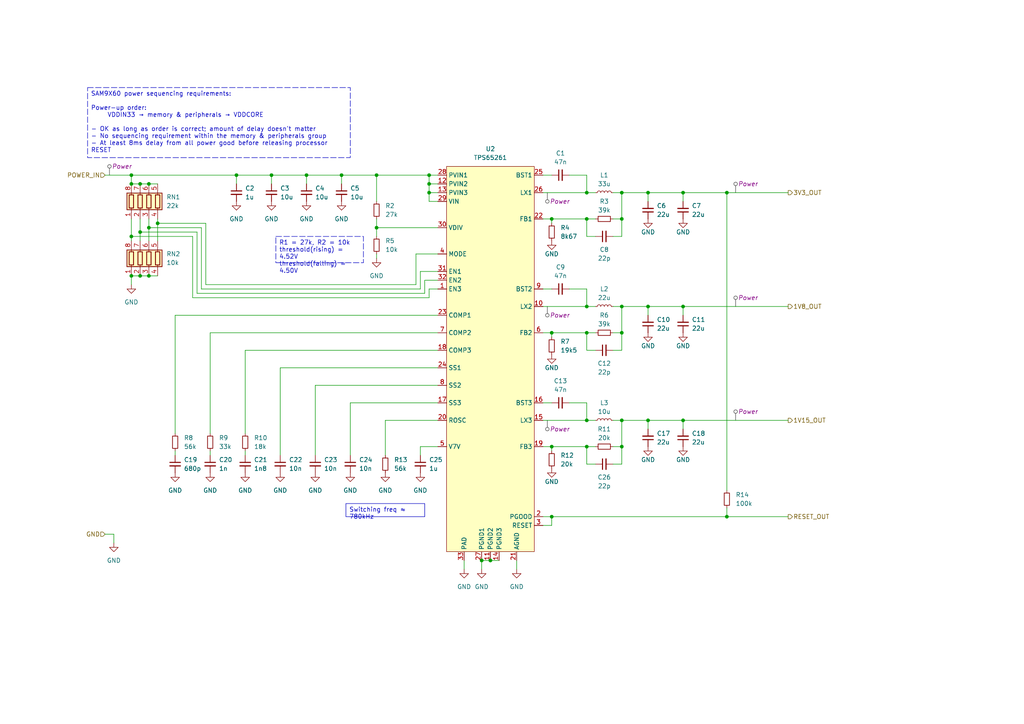
<source format=kicad_sch>
(kicad_sch (version 20230121) (generator eeschema)
  (paper "A4")
  (lib_symbols
    (symbol "Device:C_Small" (pin_numbers hide) (pin_names (offset 0.254) hide)
      (property "Reference" "C" (at 0.254 1.778 0))
      (property "Value" "C_Small" (at 0.254 -2.032 0))
      (symbol "C_Small_0_1"
        (polyline (pts (xy -1.524 -0.508) (xy 1.524 -0.508)) (stroke (width 0.3302)))
        (polyline (pts (xy -1.524 0.508) (xy 1.524 0.508)) (stroke (width 0.3048)))
      )
      (symbol "C_Small_1_1"
        (pin passive line (at 0 2.54 270) (length 2.032) (name "~") (number "1"))
        (pin passive line (at 0 -2.54 90) (length 2.032) (name "~") (number "2"))
      )
    )
    (symbol "Device:L_Small" (pin_numbers hide) (pin_names (offset 0.254) hide)
      (property "Reference" "L" (at 0.762 1.016 0))
      (property "Value" "L_Small" (at 0.762 -1.016 0))
      (symbol "L_Small_0_1"
        (arc (start 0 -2.032) (mid 0.5058 -1.524) (end 0 -1.016))
        (arc (start 0 -1.016) (mid 0.5058 -0.508) (end 0 0))
        (arc (start 0 0) (mid 0.5058 0.508) (end 0 1.016))
        (arc (start 0 1.016) (mid 0.5058 1.524) (end 0 2.032))
      )
      (symbol "L_Small_1_1"
        (pin passive line (at 0 2.54 270) (length 0.508) (name "~") (number "1"))
        (pin passive line (at 0 -2.54 90) (length 0.508) (name "~") (number "2"))
      )
    )
    (symbol "Device:R_Pack04" (pin_names (offset 0) hide)
      (property "Reference" "RN" (at -7.62 0 90))
      (property "Value" "R_Pack04" (at 5.08 0 90))
      (symbol "R_Pack04_0_1"
        (rectangle (start -6.35 -2.413) (end 3.81 2.413) (stroke (width 0.254)) (fill (type background)))
        (rectangle (start -5.715 1.905) (end -4.445 -1.905) (stroke (width 0.254)))
        (rectangle (start -3.175 1.905) (end -1.905 -1.905) (stroke (width 0.254)))
        (rectangle (start -0.635 1.905) (end 0.635 -1.905) (stroke (width 0.254)))
        (polyline (pts (xy -5.08 -2.54) (xy -5.08 -1.905)))
        (polyline (pts (xy -5.08 1.905) (xy -5.08 2.54)))
        (polyline (pts (xy -2.54 -2.54) (xy -2.54 -1.905)))
        (polyline (pts (xy -2.54 1.905) (xy -2.54 2.54)))
        (polyline (pts (xy 0 -2.54) (xy 0 -1.905)))
        (polyline (pts (xy 0 1.905) (xy 0 2.54)))
        (polyline (pts (xy 2.54 -2.54) (xy 2.54 -1.905)))
        (polyline (pts (xy 2.54 1.905) (xy 2.54 2.54)))
        (rectangle (start 1.905 1.905) (end 3.175 -1.905) (stroke (width 0.254)))
      )
      (symbol "R_Pack04_1_1"
        (pin passive line (at -5.08 -5.08 90) (length 2.54) (name "R1.1") (number "1"))
        (pin passive line (at -2.54 -5.08 90) (length 2.54) (name "R2.1") (number "2"))
        (pin passive line (at 0 -5.08 90) (length 2.54) (name "R3.1") (number "3"))
        (pin passive line (at 2.54 -5.08 90) (length 2.54) (name "R4.1") (number "4"))
        (pin passive line (at 2.54 5.08 270) (length 2.54) (name "R4.2") (number "5"))
        (pin passive line (at 0 5.08 270) (length 2.54) (name "R3.2") (number "6"))
        (pin passive line (at -2.54 5.08 270) (length 2.54) (name "R2.2") (number "7"))
        (pin passive line (at -5.08 5.08 270) (length 2.54) (name "R1.2") (number "8"))
      )
    )
    (symbol "Device:R_Small" (pin_numbers hide) (pin_names (offset 0.254) hide)
      (property "Reference" "R" (at 0.762 0.508 0))
      (property "Value" "R_Small" (at 0.762 -1.016 0))
      (symbol "R_Small_0_1"
        (rectangle (start -0.762 1.778) (end 0.762 -1.778) (stroke (width 0.2032)))
      )
      (symbol "R_Small_1_1"
        (pin passive line (at 0 2.54 270) (length 0.762) (name "~") (number "1"))
        (pin passive line (at 0 -2.54 90) (length 0.762) (name "~") (number "2"))
      )
    )
    (symbol "SAM9X60D:TPS65261"
      (property "Reference" "U" (at 0 54.61 0))
      (property "Value" "TPS65261" (at 0 52.07 0))
      (symbol "TPS65261_1_1"
        (rectangle (start -12.7 49.53) (end 12.7 -62.23) (fill (type background)))
        (pin input line (at -15.24 13.97 0) (length 2.54) (name "EN3") (number "1"))
        (pin power_out line (at 15.24 8.89 180) (length 2.54) (name "LX2") (number "10"))
        (pin power_in line (at 0 -64.77 90) (length 2.54) (name "PGND2") (number "11"))
        (pin power_in line (at -15.24 44.45 0) (length 2.54) (name "PVIN2") (number "12"))
        (pin power_in line (at -15.24 41.91 0) (length 2.54) (name "PVIN3") (number "13"))
        (pin power_in line (at 2.54 -64.77 90) (length 2.54) (name "PGND3") (number "14"))
        (pin power_out line (at 15.24 -24.13 180) (length 2.54) (name "LX3") (number "15"))
        (pin passive line (at 15.24 -19.05 180) (length 2.54) (name "BST3") (number "16"))
        (pin passive line (at -15.24 -19.05 0) (length 2.54) (name "SS3") (number "17"))
        (pin passive line (at -15.24 -3.81 0) (length 2.54) (name "COMP3") (number "18"))
        (pin input line (at 15.24 -31.75 180) (length 2.54) (name "FB3") (number "19"))
        (pin open_collector line (at 15.24 -52.07 180) (length 2.54) (name "PGOOD") (number "2"))
        (pin passive line (at -15.24 -24.13 0) (length 2.54) (name "ROSC") (number "20"))
        (pin power_in line (at 7.62 -64.77 90) (length 2.54) (name "AGND") (number "21"))
        (pin input line (at 15.24 34.29 180) (length 2.54) (name "FB1") (number "22"))
        (pin passive line (at -15.24 6.35 0) (length 2.54) (name "COMP1") (number "23"))
        (pin passive line (at -15.24 -8.89 0) (length 2.54) (name "SS1") (number "24"))
        (pin passive line (at 15.24 46.99 180) (length 2.54) (name "BST1") (number "25"))
        (pin power_out line (at 15.24 41.91 180) (length 2.54) (name "LX1") (number "26"))
        (pin power_in line (at -2.54 -64.77 90) (length 2.54) (name "PGND1") (number "27"))
        (pin power_in line (at -15.24 46.99 0) (length 2.54) (name "PVIN1") (number "28"))
        (pin power_in line (at -15.24 39.37 0) (length 2.54) (name "VIN") (number "29"))
        (pin open_collector line (at 15.24 -54.61 180) (length 2.54) (name "RESET") (number "3"))
        (pin input line (at -15.24 31.75 0) (length 2.54) (name "VDIV") (number "30"))
        (pin input line (at -15.24 19.05 0) (length 2.54) (name "EN1") (number "31"))
        (pin input line (at -15.24 16.51 0) (length 2.54) (name "EN2") (number "32"))
        (pin free line (at -7.62 -64.77 90) (length 2.54) (name "PAD") (number "33"))
        (pin input line (at -15.24 24.13 0) (length 2.54) (name "MODE") (number "4"))
        (pin passive line (at -15.24 -31.75 0) (length 2.54) (name "V7V") (number "5"))
        (pin input line (at 15.24 1.27 180) (length 2.54) (name "FB2") (number "6"))
        (pin passive line (at -15.24 1.27 0) (length 2.54) (name "COMP2") (number "7"))
        (pin passive line (at -15.24 -13.97 0) (length 2.54) (name "SS2") (number "8"))
        (pin passive line (at 15.24 13.97 180) (length 2.54) (name "BST2") (number "9"))
      )
    )
    (symbol "power:GND" (power) (pin_names (offset 0))
      (property "Value" "GND" (at 0 -3.81 0))
      (symbol "GND_0_1"
        (polyline (pts (xy 0 0) (xy 0 -1.27) (xy 1.27 -1.27) (xy 0 -2.54) (xy -1.27 -1.27) (xy 0 -1.27)))
      )
      (symbol "GND_1_1"
        (pin power_in line (at 0 0 270) (length 0) hide (name "GND") (number "1"))
      )
    )
  )
  (junction (at 170.18 88.9))
  (junction (at 210.82 55.88))
  (junction (at 45.72 64.77))
  (junction (at 180.34 88.9))
  (junction (at 180.34 96.52))
  (junction (at 180.34 63.5))
  (junction (at 43.18 53.34))
  (junction (at 124.46 53.34))
  (junction (at 142.24 162.56))
  (junction (at 170.18 63.5))
  (junction (at 210.82 149.86))
  (junction (at 40.64 67.31))
  (junction (at 180.34 121.92))
  (junction (at 198.12 55.88))
  (junction (at 187.96 121.92))
  (junction (at 160.02 63.5))
  (junction (at 38.1 68.58))
  (junction (at 43.18 80.01))
  (junction (at 187.96 88.9))
  (junction (at 160.02 129.54))
  (junction (at 99.06 50.8))
  (junction (at 170.18 129.54))
  (junction (at 40.64 53.34))
  (junction (at 109.22 50.8))
  (junction (at 170.18 96.52))
  (junction (at 124.46 55.88))
  (junction (at 40.64 80.01))
  (junction (at 109.22 66.04))
  (junction (at 170.18 121.92))
  (junction (at 78.74 50.8))
  (junction (at 198.12 88.9))
  (junction (at 88.9 50.8))
  (junction (at 38.1 80.01))
  (junction (at 38.1 50.8))
  (junction (at 180.34 55.88))
  (junction (at 38.1 53.34))
  (junction (at 198.12 121.92))
  (junction (at 160.02 149.86))
  (junction (at 170.18 55.88))
  (junction (at 124.46 50.8))
  (junction (at 160.02 96.52))
  (junction (at 187.96 55.88))
  (junction (at 139.7 162.56))
  (junction (at 68.58 50.8))
  (junction (at 43.18 66.04))
  (junction (at 180.34 129.54))
  (wire (pts (xy 71.12 130.81) (xy 71.12 132.08)))
  (wire (pts (xy 58.42 83.82) (xy 121.92 83.82)))
  (wire (pts (xy 127 111.76) (xy 91.44 111.76)))
  (wire (pts (xy 101.6 116.84) (xy 127 116.84)))
  (wire (pts (xy 177.8 121.92) (xy 180.34 121.92)))
  (wire (pts (xy 157.48 121.92) (xy 170.18 121.92)))
  (wire (pts (xy 120.65 73.66) (xy 120.65 82.55)))
  (wire (pts (xy 187.96 55.88) (xy 187.96 58.42)))
  (wire (pts (xy 160.02 130.81) (xy 160.02 129.54)))
  (wire (pts (xy 57.15 85.09) (xy 57.15 67.31)))
  (wire (pts (xy 180.34 68.58) (xy 180.34 63.5)))
  (wire (pts (xy 170.18 129.54) (xy 172.72 129.54)))
  (wire (pts (xy 91.44 111.76) (xy 91.44 132.08)))
  (wire (pts (xy 127 58.42) (xy 124.46 58.42)))
  (wire (pts (xy 38.1 80.01) (xy 38.1 82.55)))
  (wire (pts (xy 160.02 63.5) (xy 170.18 63.5)))
  (wire (pts (xy 170.18 88.9) (xy 172.72 88.9)))
  (wire (pts (xy 170.18 101.6) (xy 170.18 96.52)))
  (wire (pts (xy 210.82 147.32) (xy 210.82 149.86)))
  (wire (pts (xy 198.12 88.9) (xy 198.12 91.44)))
  (wire (pts (xy 210.82 55.88) (xy 228.6 55.88)))
  (wire (pts (xy 50.8 130.81) (xy 50.8 132.08)))
  (wire (pts (xy 60.96 96.52) (xy 127 96.52)))
  (wire (pts (xy 180.34 129.54) (xy 180.34 121.92)))
  (wire (pts (xy 121.92 129.54) (xy 127 129.54)))
  (wire (pts (xy 170.18 134.62) (xy 170.18 129.54)))
  (wire (pts (xy 187.96 88.9) (xy 187.96 91.44)))
  (wire (pts (xy 157.48 96.52) (xy 160.02 96.52)))
  (wire (pts (xy 198.12 121.92) (xy 198.12 124.46)))
  (wire (pts (xy 165.1 83.82) (xy 170.18 83.82)))
  (wire (pts (xy 124.46 55.88) (xy 124.46 53.34)))
  (wire (pts (xy 187.96 121.92) (xy 187.96 124.46)))
  (wire (pts (xy 88.9 50.8) (xy 88.9 53.34)))
  (wire (pts (xy 172.72 68.58) (xy 170.18 68.58)))
  (wire (pts (xy 109.22 50.8) (xy 109.22 58.42)))
  (wire (pts (xy 68.58 50.8) (xy 78.74 50.8)))
  (wire (pts (xy 180.34 88.9) (xy 177.8 88.9)))
  (wire (pts (xy 180.34 121.92) (xy 187.96 121.92)))
  (wire (pts (xy 38.1 68.58) (xy 38.1 69.85)))
  (wire (pts (xy 180.34 55.88) (xy 187.96 55.88)))
  (wire (pts (xy 187.96 55.88) (xy 198.12 55.88)))
  (wire (pts (xy 157.48 116.84) (xy 160.02 116.84)))
  (wire (pts (xy 43.18 66.04) (xy 43.18 69.85)))
  (wire (pts (xy 101.6 116.84) (xy 101.6 132.08)))
  (wire (pts (xy 170.18 50.8) (xy 170.18 55.88)))
  (wire (pts (xy 58.42 66.04) (xy 43.18 66.04)))
  (wire (pts (xy 43.18 63.5) (xy 43.18 66.04)))
  (wire (pts (xy 127 81.28) (xy 123.19 81.28)))
  (wire (pts (xy 127 83.82) (xy 124.46 83.82)))
  (wire (pts (xy 142.24 162.56) (xy 144.78 162.56)))
  (wire (pts (xy 109.22 73.66) (xy 109.22 74.93)))
  (wire (pts (xy 121.92 78.74) (xy 121.92 83.82)))
  (wire (pts (xy 160.02 96.52) (xy 170.18 96.52)))
  (wire (pts (xy 59.69 82.55) (xy 59.69 64.77)))
  (wire (pts (xy 38.1 63.5) (xy 38.1 68.58)))
  (wire (pts (xy 170.18 55.88) (xy 172.72 55.88)))
  (wire (pts (xy 81.28 106.68) (xy 81.28 132.08)))
  (wire (pts (xy 55.88 86.36) (xy 55.88 68.58)))
  (wire (pts (xy 109.22 63.5) (xy 109.22 66.04)))
  (wire (pts (xy 124.46 86.36) (xy 55.88 86.36)))
  (wire (pts (xy 111.76 121.92) (xy 127 121.92)))
  (wire (pts (xy 160.02 129.54) (xy 170.18 129.54)))
  (wire (pts (xy 78.74 50.8) (xy 78.74 53.34)))
  (wire (pts (xy 157.48 129.54) (xy 160.02 129.54)))
  (wire (pts (xy 124.46 58.42) (xy 124.46 55.88)))
  (wire (pts (xy 124.46 83.82) (xy 124.46 86.36)))
  (wire (pts (xy 180.34 134.62) (xy 180.34 129.54)))
  (wire (pts (xy 43.18 53.34) (xy 45.72 53.34)))
  (wire (pts (xy 57.15 67.31) (xy 40.64 67.31)))
  (wire (pts (xy 187.96 88.9) (xy 198.12 88.9)))
  (wire (pts (xy 109.22 66.04) (xy 127 66.04)))
  (wire (pts (xy 180.34 63.5) (xy 180.34 55.88)))
  (wire (pts (xy 58.42 83.82) (xy 58.42 66.04)))
  (wire (pts (xy 55.88 68.58) (xy 38.1 68.58)))
  (wire (pts (xy 124.46 53.34) (xy 124.46 50.8)))
  (wire (pts (xy 40.64 80.01) (xy 43.18 80.01)))
  (wire (pts (xy 180.34 88.9) (xy 187.96 88.9)))
  (wire (pts (xy 30.48 50.8) (xy 38.1 50.8)))
  (wire (pts (xy 45.72 63.5) (xy 45.72 64.77)))
  (wire (pts (xy 165.1 50.8) (xy 170.18 50.8)))
  (wire (pts (xy 160.02 149.86) (xy 210.82 149.86)))
  (wire (pts (xy 139.7 162.56) (xy 139.7 165.1)))
  (wire (pts (xy 40.64 67.31) (xy 40.64 69.85)))
  (wire (pts (xy 60.96 130.81) (xy 60.96 132.08)))
  (wire (pts (xy 149.86 162.56) (xy 149.86 165.1)))
  (wire (pts (xy 60.96 96.52) (xy 60.96 125.73)))
  (wire (pts (xy 170.18 116.84) (xy 170.18 121.92)))
  (wire (pts (xy 157.48 63.5) (xy 160.02 63.5)))
  (wire (pts (xy 172.72 101.6) (xy 170.18 101.6)))
  (wire (pts (xy 170.18 63.5) (xy 172.72 63.5)))
  (wire (pts (xy 177.8 129.54) (xy 180.34 129.54)))
  (wire (pts (xy 157.48 50.8) (xy 160.02 50.8)))
  (wire (pts (xy 160.02 64.77) (xy 160.02 63.5)))
  (wire (pts (xy 210.82 149.86) (xy 228.6 149.86)))
  (wire (pts (xy 177.8 96.52) (xy 180.34 96.52)))
  (wire (pts (xy 127 53.34) (xy 124.46 53.34)))
  (wire (pts (xy 111.76 121.92) (xy 111.76 132.08)))
  (wire (pts (xy 123.19 81.28) (xy 123.19 85.09)))
  (wire (pts (xy 172.72 134.62) (xy 170.18 134.62)))
  (wire (pts (xy 121.92 132.08) (xy 121.92 129.54)))
  (wire (pts (xy 40.64 53.34) (xy 43.18 53.34)))
  (wire (pts (xy 38.1 80.01) (xy 40.64 80.01)))
  (wire (pts (xy 157.48 152.4) (xy 160.02 152.4)))
  (wire (pts (xy 33.02 154.94) (xy 33.02 157.48)))
  (wire (pts (xy 127 73.66) (xy 120.65 73.66)))
  (wire (pts (xy 127 106.68) (xy 81.28 106.68)))
  (wire (pts (xy 38.1 50.8) (xy 68.58 50.8)))
  (wire (pts (xy 198.12 55.88) (xy 198.12 58.42)))
  (wire (pts (xy 160.02 96.52) (xy 160.02 97.79)))
  (wire (pts (xy 127 101.6) (xy 71.12 101.6)))
  (wire (pts (xy 50.8 91.44) (xy 50.8 125.73)))
  (wire (pts (xy 45.72 64.77) (xy 45.72 69.85)))
  (wire (pts (xy 180.34 96.52) (xy 180.34 88.9)))
  (wire (pts (xy 134.62 162.56) (xy 134.62 165.1)))
  (wire (pts (xy 170.18 83.82) (xy 170.18 88.9)))
  (wire (pts (xy 198.12 121.92) (xy 228.6 121.92)))
  (wire (pts (xy 157.48 88.9) (xy 170.18 88.9)))
  (wire (pts (xy 38.1 50.8) (xy 38.1 53.34)))
  (wire (pts (xy 165.1 116.84) (xy 170.18 116.84)))
  (wire (pts (xy 68.58 50.8) (xy 68.58 53.34)))
  (wire (pts (xy 88.9 50.8) (xy 99.06 50.8)))
  (wire (pts (xy 59.69 82.55) (xy 120.65 82.55)))
  (wire (pts (xy 139.7 162.56) (xy 142.24 162.56)))
  (wire (pts (xy 109.22 66.04) (xy 109.22 68.58)))
  (wire (pts (xy 38.1 53.34) (xy 40.64 53.34)))
  (wire (pts (xy 198.12 55.88) (xy 210.82 55.88)))
  (wire (pts (xy 198.12 88.9) (xy 228.6 88.9)))
  (wire (pts (xy 157.48 83.82) (xy 160.02 83.82)))
  (wire (pts (xy 170.18 96.52) (xy 172.72 96.52)))
  (wire (pts (xy 177.8 101.6) (xy 180.34 101.6)))
  (wire (pts (xy 127 91.44) (xy 50.8 91.44)))
  (wire (pts (xy 78.74 50.8) (xy 88.9 50.8)))
  (wire (pts (xy 127 78.74) (xy 121.92 78.74)))
  (wire (pts (xy 99.06 50.8) (xy 109.22 50.8)))
  (wire (pts (xy 157.48 149.86) (xy 160.02 149.86)))
  (wire (pts (xy 177.8 68.58) (xy 180.34 68.58)))
  (wire (pts (xy 71.12 101.6) (xy 71.12 125.73)))
  (wire (pts (xy 160.02 149.86) (xy 160.02 152.4)))
  (wire (pts (xy 170.18 121.92) (xy 172.72 121.92)))
  (wire (pts (xy 127 55.88) (xy 124.46 55.88)))
  (wire (pts (xy 40.64 63.5) (xy 40.64 67.31)))
  (wire (pts (xy 59.69 64.77) (xy 45.72 64.77)))
  (wire (pts (xy 187.96 121.92) (xy 198.12 121.92)))
  (wire (pts (xy 210.82 55.88) (xy 210.82 142.24)))
  (wire (pts (xy 177.8 63.5) (xy 180.34 63.5)))
  (wire (pts (xy 177.8 134.62) (xy 180.34 134.62)))
  (wire (pts (xy 170.18 68.58) (xy 170.18 63.5)))
  (wire (pts (xy 57.15 85.09) (xy 123.19 85.09)))
  (wire (pts (xy 43.18 80.01) (xy 45.72 80.01)))
  (wire (pts (xy 180.34 101.6) (xy 180.34 96.52)))
  (wire (pts (xy 99.06 50.8) (xy 99.06 53.34)))
  (wire (pts (xy 109.22 50.8) (xy 124.46 50.8)))
  (wire (pts (xy 124.46 50.8) (xy 127 50.8)))
  (wire (pts (xy 30.48 154.94) (xy 33.02 154.94)))
  (wire (pts (xy 157.48 55.88) (xy 170.18 55.88)))
  (wire (pts (xy 177.8 55.88) (xy 180.34 55.88)))
  (text_box "Switching freq ≈ 780kHz" (at 100.33 146.05 0) (size 22.86 3.81) (effects (font (size 1.27 1.27)) (justify left top)))
  (text_box "R1 = 27k, R2 = 10k\nthreshold(rising) = 4.52V\nthreshold(falling) = 4.50V" (at 80.01 68.58 0) (size 25.4 7.62) (stroke (width 0) (type dash)) (effects (font (size 1.27 1.27)) (justify left top)))
  (text_box "SAM9X60 power sequencing requirements:\n\nPower-up order: \n	VDDIN33 → memory & peripherals → VDDCORE\n\n- OK as long as order is correct; amount of delay doesn't matter\n- No sequencing requirement within the memory & peripherals group\n- At least 8ms delay from all power good before releasing processor RESET" (at 25.4 25.4 0) (size 76.2 20.32) (stroke (width 0) (type dash)) (effects (font (size 1.27 1.27)) (justify left top)))
  (hierarchical_label "3V3_OUT" (shape output) (at 228.6 55.88 0))
  (hierarchical_label "1V15_OUT" (shape output) (at 228.6 121.92 0))
  (hierarchical_label "POWER_IN" (shape input) (at 30.48 50.8 180))
  (hierarchical_label "GND" (shape input) (at 30.48 154.94 180))
  (hierarchical_label "1V8_OUT" (shape output) (at 228.6 88.9 0))
  (hierarchical_label "RESET_OUT" (shape output) (at 228.6 149.86 0))
  (netclass_flag "" (length 2.54) (shape round) (at 158.75 55.88 180) (property "Netclass" "Power" (at 159.4485 58.42 0) (effects (font italic) (justify left))))
  (netclass_flag "" (length 2.54) (shape round) (at 213.36 55.88 0) (property "Netclass" "Power" (at 214.0585 53.34 0) (effects (font italic) (justify left))))
  (netclass_flag "" (length 2.54) (shape round) (at 31.75 50.8 0) (property "Netclass" "Power" (at 32.4485 48.26 0) (effects (font italic) (justify left))))
  (netclass_flag "" (length 2.54) (shape round) (at 158.75 88.9 180) (property "Netclass" "Power" (at 159.4485 91.44 0) (effects (font italic) (justify left))))
  (netclass_flag "" (length 2.54) (shape round) (at 158.75 121.92 180) (property "Netclass" "Power" (at 159.4485 124.46 0) (effects (font italic) (justify left))))
  (netclass_flag "" (length 2.54) (shape round) (at 213.36 121.92 0) (property "Netclass" "Power" (at 214.0585 119.38 0) (effects (font italic) (justify left))))
  (netclass_flag "" (length 2.54) (shape round) (at 213.36 88.9 0) (property "Netclass" "Power" (at 214.0585 86.36 0) (effects (font italic) (justify left))))
  (symbol (lib_id "Device:C_Small") (at 187.96 127 180) (unit 1)
    (property "Reference" "C17" (at 190.5 125.7236 0) (effects (justify right)))
    (property "Value" "22u" (at 190.5 128.2636 0) (effects (justify right)))
    (property "Footprint" "Capacitor_SMD:C_0805_2012Metric_Pad1.18x1.45mm_HandSolder" (effects hide))
  )
  (symbol (lib_id "Device:C_Small") (at 81.28 134.62 0) (unit 1)
    (property "Reference" "C22" (at 83.82 133.3563 0) (effects (justify left)))
    (property "Value" "10n" (at 83.82 135.8963 0) (effects (justify left)))
    (property "Footprint" "Capacitor_SMD:C_0603_1608Metric_Pad1.08x0.95mm_HandSolder" (effects hide))
  )
  (symbol (lib_id "Device:C_Small") (at 198.12 127 180) (unit 1)
    (property "Reference" "C18" (at 200.66 125.7236 0) (effects (justify right)))
    (property "Value" "22u" (at 200.66 128.2636 0) (effects (justify right)))
    (property "Footprint" "Capacitor_SMD:C_0805_2012Metric_Pad1.18x1.45mm_HandSolder" (effects hide))
  )
  (symbol (lib_id "power:GND") (at 121.92 137.16 0) (unit 1)
    (property "Reference" "#PWR037" (effects hide))
    (property "Value" "GND" (at 121.92 142.24 0))
  )
  (symbol (lib_id "Device:C_Small") (at 121.92 134.62 0) (unit 1)
    (property "Reference" "C25" (at 124.46 133.3563 0) (effects (justify left)))
    (property "Value" "1u" (at 124.46 135.8963 0) (effects (justify left)))
    (property "Footprint" "Capacitor_SMD:C_0603_1608Metric_Pad1.08x0.95mm_HandSolder" (effects hide))
  )
  (symbol (lib_id "Device:R_Small") (at 160.02 100.33 180) (unit 1)
    (property "Reference" "R7" (at 162.56 99.06 0) (effects (justify right)))
    (property "Value" "19k5" (at 162.56 101.6 0) (effects (justify right)))
    (property "Footprint" "Resistor_SMD:R_0603_1608Metric_Pad0.98x0.95mm_HandSolder" (effects hide))
  )
  (symbol (lib_id "Device:R_Small") (at 109.22 71.12 0) (unit 1)
    (property "Reference" "R5" (at 111.76 69.85 0) (effects (justify left)))
    (property "Value" "10k" (at 111.76 72.39 0) (effects (justify left)))
    (property "Footprint" "Resistor_SMD:R_0603_1608Metric_Pad0.98x0.95mm_HandSolder" (effects hide))
  )
  (symbol (lib_id "Device:R_Small") (at 111.76 134.62 0) (unit 1)
    (property "Reference" "R13" (at 114.3 133.35 0) (effects (justify left)))
    (property "Value" "56k" (at 114.3 135.89 0) (effects (justify left)))
    (property "Footprint" "Resistor_SMD:R_0603_1608Metric_Pad0.98x0.95mm_HandSolder" (effects hide))
  )
  (symbol (lib_id "Device:C_Small") (at 88.9 55.88 0) (unit 1)
    (property "Reference" "C4" (at 91.44 54.6163 0) (effects (justify left)))
    (property "Value" "10u" (at 91.44 57.1563 0) (effects (justify left)))
    (property "Footprint" "Capacitor_SMD:C_0603_1608Metric_Pad1.08x0.95mm_HandSolder" (effects hide))
  )
  (symbol (lib_id "power:GND") (at 101.6 137.16 0) (unit 1)
    (property "Reference" "#PWR035" (effects hide))
    (property "Value" "GND" (at 101.6 142.24 0))
  )
  (symbol (lib_id "Device:C_Small") (at 175.26 134.62 90) (unit 1)
    (property "Reference" "C26" (at 175.2663 138.43 90))
    (property "Value" "22p" (at 175.2663 140.97 90))
    (property "Footprint" "Capacitor_SMD:C_0603_1608Metric_Pad1.08x0.95mm_HandSolder" (effects hide))
  )
  (symbol (lib_id "Device:R_Small") (at 175.26 96.52 90) (unit 1)
    (property "Reference" "R6" (at 175.26 91.44 90))
    (property "Value" "39k" (at 175.26 93.98 90))
    (property "Footprint" "Resistor_SMD:R_0603_1608Metric_Pad0.98x0.95mm_HandSolder" (effects hide))
  )
  (symbol (lib_id "Device:C_Small") (at 175.26 68.58 90) (unit 1)
    (property "Reference" "C8" (at 175.2663 72.39 90))
    (property "Value" "22p" (at 175.2663 74.93 90))
    (property "Footprint" "Capacitor_SMD:C_0603_1608Metric_Pad1.08x0.95mm_HandSolder" (effects hide))
  )
  (symbol (lib_id "power:GND") (at 38.1 82.55 0) (unit 1)
    (property "Reference" "#PWR023" (effects hide))
    (property "Value" "GND" (at 38.1 87.63 0))
  )
  (symbol (lib_id "Device:C_Small") (at 198.12 60.96 180) (unit 1)
    (property "Reference" "C7" (at 200.66 59.6836 0) (effects (justify right)))
    (property "Value" "22u" (at 200.66 62.2236 0) (effects (justify right)))
    (property "Footprint" "Capacitor_SMD:C_0805_2012Metric_Pad1.18x1.45mm_HandSolder" (effects hide))
  )
  (symbol (lib_id "Device:C_Small") (at 91.44 134.62 0) (unit 1)
    (property "Reference" "C23" (at 93.98 133.3563 0) (effects (justify left)))
    (property "Value" "10n" (at 93.98 135.8963 0) (effects (justify left)))
    (property "Footprint" "Capacitor_SMD:C_0603_1608Metric_Pad1.08x0.95mm_HandSolder" (effects hide))
  )
  (symbol (lib_id "power:GND") (at 139.7 165.1 0) (unit 1)
    (property "Reference" "#PWR040" (effects hide))
    (property "Value" "GND" (at 139.7 170.18 0))
  )
  (symbol (lib_id "Device:C_Small") (at 162.56 83.82 90) (unit 1)
    (property "Reference" "C9" (at 162.5663 77.47 90))
    (property "Value" "47n" (at 162.5663 80.01 90))
    (property "Footprint" "Capacitor_SMD:C_0603_1608Metric_Pad1.08x0.95mm_HandSolder" (effects hide))
  )
  (symbol (lib_id "Device:R_Small") (at 71.12 128.27 0) (unit 1)
    (property "Reference" "R10" (at 73.66 127 0) (effects (justify left)))
    (property "Value" "18k" (at 73.66 129.54 0) (effects (justify left)))
    (property "Footprint" "Resistor_SMD:R_0603_1608Metric_Pad0.98x0.95mm_HandSolder" (effects hide))
  )
  (symbol (lib_id "power:GND") (at 88.9 58.42 0) (unit 1)
    (property "Reference" "#PWR017" (effects hide))
    (property "Value" "GND" (at 88.9 63.5 0))
  )
  (symbol (lib_id "power:GND") (at 111.76 137.16 0) (unit 1)
    (property "Reference" "#PWR036" (effects hide))
    (property "Value" "GND" (at 111.76 142.24 0))
  )
  (symbol (lib_id "power:GND") (at 81.28 137.16 0) (unit 1)
    (property "Reference" "#PWR033" (effects hide))
    (property "Value" "GND" (at 81.28 142.24 0))
  )
  (symbol (lib_id "power:GND") (at 198.12 63.5 0) (unit 1)
    (property "Reference" "#PWR020" (effects hide))
    (property "Value" "GND" (at 198.12 67.31 0))
  )
  (symbol (lib_id "power:GND") (at 71.12 137.16 0) (unit 1)
    (property "Reference" "#PWR032" (effects hide))
    (property "Value" "GND" (at 71.12 142.24 0))
  )
  (symbol (lib_id "power:GND") (at 33.02 157.48 0) (unit 1)
    (property "Reference" "#PWR038" (effects hide))
    (property "Value" "GND" (at 33.02 162.56 0))
  )
  (symbol (lib_id "power:GND") (at 149.86 165.1 0) (unit 1)
    (property "Reference" "#PWR041" (effects hide))
    (property "Value" "GND" (at 149.86 170.18 0))
  )
  (symbol (lib_id "Device:C_Small") (at 50.8 134.62 0) (unit 1)
    (property "Reference" "C19" (at 53.34 133.3563 0) (effects (justify left)))
    (property "Value" "680p" (at 53.34 135.8963 0) (effects (justify left)))
    (property "Footprint" "Capacitor_SMD:C_0603_1608Metric_Pad1.08x0.95mm_HandSolder" (effects hide))
  )
  (symbol (lib_id "power:GND") (at 78.74 58.42 0) (unit 1)
    (property "Reference" "#PWR016" (effects hide))
    (property "Value" "GND" (at 78.74 63.5 0))
  )
  (symbol (lib_id "power:GND") (at 91.44 137.16 0) (unit 1)
    (property "Reference" "#PWR034" (effects hide))
    (property "Value" "GND" (at 91.44 142.24 0))
  )
  (symbol (lib_id "Device:R_Small") (at 175.26 129.54 90) (unit 1)
    (property "Reference" "R11" (at 175.26 124.46 90))
    (property "Value" "20k" (at 175.26 127 90))
    (property "Footprint" "Resistor_SMD:R_0603_1608Metric_Pad0.98x0.95mm_HandSolder" (effects hide))
  )
  (symbol (lib_id "power:GND") (at 187.96 129.54 0) (unit 1)
    (property "Reference" "#PWR027" (effects hide))
    (property "Value" "GND" (at 187.96 133.35 0))
  )
  (symbol (lib_id "power:GND") (at 198.12 129.54 0) (unit 1)
    (property "Reference" "#PWR028" (effects hide))
    (property "Value" "GND" (at 198.12 133.35 0))
  )
  (symbol (lib_id "Device:R_Small") (at 160.02 133.35 180) (unit 1)
    (property "Reference" "R12" (at 162.56 132.08 0) (effects (justify right)))
    (property "Value" "20k" (at 162.56 134.62 0) (effects (justify right)))
    (property "Footprint" "Resistor_SMD:R_0603_1608Metric_Pad0.98x0.95mm_HandSolder" (effects hide))
  )
  (symbol (lib_id "Device:C_Small") (at 187.96 93.98 180) (unit 1)
    (property "Reference" "C10" (at 190.5 92.7036 0) (effects (justify right)))
    (property "Value" "22u" (at 190.5 95.2436 0) (effects (justify right)))
    (property "Footprint" "Capacitor_SMD:C_0805_2012Metric_Pad1.18x1.45mm_HandSolder" (effects hide))
  )
  (symbol (lib_id "Device:R_Pack04") (at 43.18 74.93 0) (unit 1)
    (property "Reference" "RN2" (at 48.26 73.66 0) (effects (justify left)))
    (property "Value" "10k" (at 48.26 76.2 0) (effects (justify left)))
    (property "Footprint" "Resistor_SMD:R_Array_Convex_4x0603" (effects hide))
  )
  (symbol (lib_id "power:GND") (at 198.12 96.52 0) (unit 1)
    (property "Reference" "#PWR025" (effects hide))
    (property "Value" "GND" (at 198.12 100.33 0))
  )
  (symbol (lib_id "Device:R_Small") (at 60.96 128.27 0) (unit 1)
    (property "Reference" "R9" (at 63.5 127 0) (effects (justify left)))
    (property "Value" "33k" (at 63.5 129.54 0) (effects (justify left)))
    (property "Footprint" "Resistor_SMD:R_0603_1608Metric_Pad0.98x0.95mm_HandSolder" (effects hide))
  )
  (symbol (lib_id "Device:C_Small") (at 187.96 60.96 180) (unit 1)
    (property "Reference" "C6" (at 190.5 59.6836 0) (effects (justify right)))
    (property "Value" "22u" (at 190.5 62.2236 0) (effects (justify right)))
    (property "Footprint" "Capacitor_SMD:C_0805_2012Metric_Pad1.18x1.45mm_HandSolder" (effects hide))
  )
  (symbol (lib_id "Device:R_Small") (at 50.8 128.27 0) (unit 1)
    (property "Reference" "R8" (at 53.34 127 0) (effects (justify left)))
    (property "Value" "56k" (at 53.34 129.54 0) (effects (justify left)))
    (property "Footprint" "Resistor_SMD:R_0603_1608Metric_Pad0.98x0.95mm_HandSolder" (effects hide))
  )
  (symbol (lib_id "Device:C_Small") (at 68.58 55.88 0) (unit 1)
    (property "Reference" "C2" (at 71.12 54.6163 0) (effects (justify left)))
    (property "Value" "1u" (at 71.12 57.1563 0) (effects (justify left)))
    (property "Footprint" "Capacitor_SMD:C_0603_1608Metric_Pad1.08x0.95mm_HandSolder" (effects hide))
  )
  (symbol (lib_id "power:GND") (at 187.96 96.52 0) (unit 1)
    (property "Reference" "#PWR024" (effects hide))
    (property "Value" "GND" (at 187.96 100.33 0))
  )
  (symbol (lib_id "Device:R_Pack04") (at 43.18 58.42 0) (unit 1)
    (property "Reference" "RN1" (at 48.26 57.15 0) (effects (justify left)))
    (property "Value" "22k" (at 48.26 59.69 0) (effects (justify left)))
    (property "Footprint" "Resistor_SMD:R_Array_Convex_4x0603" (effects hide))
  )
  (symbol (lib_id "Device:C_Small") (at 175.26 101.6 90) (unit 1)
    (property "Reference" "C12" (at 175.2663 105.41 90))
    (property "Value" "22p" (at 175.2663 107.95 90))
    (property "Footprint" "Capacitor_SMD:C_0603_1608Metric_Pad1.08x0.95mm_HandSolder" (effects hide))
  )
  (symbol (lib_id "power:GND") (at 99.06 58.42 0) (unit 1)
    (property "Reference" "#PWR018" (effects hide))
    (property "Value" "GND" (at 99.06 63.5 0))
  )
  (symbol (lib_id "Device:C_Small") (at 71.12 134.62 0) (unit 1)
    (property "Reference" "C21" (at 73.66 133.3563 0) (effects (justify left)))
    (property "Value" "1n8" (at 73.66 135.8963 0) (effects (justify left)))
    (property "Footprint" "Capacitor_SMD:C_0603_1608Metric_Pad1.08x0.95mm_HandSolder" (effects hide))
  )
  (symbol (lib_id "Device:C_Small") (at 162.56 50.8 90) (unit 1)
    (property "Reference" "C1" (at 162.5663 44.45 90))
    (property "Value" "47n" (at 162.5663 46.99 90))
    (property "Footprint" "Capacitor_SMD:C_0603_1608Metric_Pad1.08x0.95mm_HandSolder" (effects hide))
  )
  (symbol (lib_id "power:GND") (at 187.96 63.5 0) (unit 1)
    (property "Reference" "#PWR019" (effects hide))
    (property "Value" "GND" (at 187.96 67.31 0))
  )
  (symbol (lib_id "power:GND") (at 160.02 102.87 0) (unit 1)
    (property "Reference" "#PWR026" (effects hide))
    (property "Value" "GND" (at 160.02 106.68 0))
  )
  (symbol (lib_id "Device:R_Small") (at 175.26 63.5 90) (unit 1)
    (property "Reference" "R3" (at 175.26 58.42 90))
    (property "Value" "39k" (at 175.26 60.96 90))
    (property "Footprint" "Resistor_SMD:R_0603_1608Metric_Pad0.98x0.95mm_HandSolder" (effects hide))
  )
  (symbol (lib_id "Device:C_Small") (at 78.74 55.88 0) (unit 1)
    (property "Reference" "C3" (at 81.28 54.6163 0) (effects (justify left)))
    (property "Value" "10u" (at 81.28 57.1563 0) (effects (justify left)))
    (property "Footprint" "Capacitor_SMD:C_0603_1608Metric_Pad1.08x0.95mm_HandSolder" (effects hide))
  )
  (symbol (lib_id "power:GND") (at 160.02 135.89 0) (unit 1)
    (property "Reference" "#PWR029" (effects hide))
    (property "Value" "GND" (at 160.02 139.7 0))
  )
  (symbol (lib_id "SAM9X60D:TPS65261") (at 142.24 97.79 0) (unit 1)
    (property "Reference" "U2" (at 142.24 43.18 0))
    (property "Value" "TPS65261" (at 142.24 45.72 0))
    (property "Footprint" "Package_DFN_QFN:QFN-32-1EP_5x5mm_P0.5mm_EP3.45x3.45mm" (effects hide))
    (property "Datasheet" "https://www.ti.com/lit/ds/symlink/tps65261.pdf" (effects hide))
  )
  (symbol (lib_id "power:GND") (at 160.02 69.85 0) (unit 1)
    (property "Reference" "#PWR021" (effects hide))
    (property "Value" "GND" (at 160.02 73.66 0))
  )
  (symbol (lib_id "power:GND") (at 134.62 165.1 0) (unit 1)
    (property "Reference" "#PWR039" (effects hide))
    (property "Value" "GND" (at 134.62 170.18 0))
  )
  (symbol (lib_id "power:GND") (at 68.58 58.42 0) (unit 1)
    (property "Reference" "#PWR015" (effects hide))
    (property "Value" "GND" (at 68.58 63.5 0))
  )
  (symbol (lib_id "Device:C_Small") (at 60.96 134.62 0) (unit 1)
    (property "Reference" "C20" (at 63.5 133.3563 0) (effects (justify left)))
    (property "Value" "1n" (at 63.5 135.8963 0) (effects (justify left)))
    (property "Footprint" "Capacitor_SMD:C_0603_1608Metric_Pad1.08x0.95mm_HandSolder" (effects hide))
  )
  (symbol (lib_id "power:GND") (at 50.8 137.16 0) (unit 1)
    (property "Reference" "#PWR030" (effects hide))
    (property "Value" "GND" (at 50.8 142.24 0))
  )
  (symbol (lib_id "Device:R_Small") (at 160.02 67.31 180) (unit 1)
    (property "Reference" "R4" (at 162.56 66.04 0) (effects (justify right)))
    (property "Value" "8k67" (at 162.56 68.58 0) (effects (justify right)))
    (property "Footprint" "Resistor_SMD:R_0603_1608Metric_Pad0.98x0.95mm_HandSolder" (effects hide))
  )
  (symbol (lib_id "Device:C_Small") (at 99.06 55.88 0) (unit 1)
    (property "Reference" "C5" (at 101.6 54.6163 0) (effects (justify left)))
    (property "Value" "10u" (at 101.6 57.1563 0) (effects (justify left)))
    (property "Footprint" "Capacitor_SMD:C_0603_1608Metric_Pad1.08x0.95mm_HandSolder" (effects hide))
  )
  (symbol (lib_id "Device:L_Small") (at 175.26 55.88 90) (unit 1)
    (property "Reference" "L1" (at 175.26 50.8 90))
    (property "Value" "33u" (at 175.26 53.34 90))
  )
  (symbol (lib_id "power:GND") (at 60.96 137.16 0) (unit 1)
    (property "Reference" "#PWR031" (effects hide))
    (property "Value" "GND" (at 60.96 142.24 0))
  )
  (symbol (lib_id "Device:R_Small") (at 210.82 144.78 0) (unit 1)
    (property "Reference" "R14" (at 213.36 143.51 0) (effects (justify left)))
    (property "Value" "100k" (at 213.36 146.05 0) (effects (justify left)))
    (property "Footprint" "Resistor_SMD:R_0603_1608Metric_Pad0.98x0.95mm_HandSolder" (effects hide))
  )
  (symbol (lib_id "Device:C_Small") (at 198.12 93.98 180) (unit 1)
    (property "Reference" "C11" (at 200.66 92.7036 0) (effects (justify right)))
    (property "Value" "22u" (at 200.66 95.2436 0) (effects (justify right)))
    (property "Footprint" "Capacitor_SMD:C_0805_2012Metric_Pad1.18x1.45mm_HandSolder" (effects hide))
  )
  (symbol (lib_id "power:GND") (at 109.22 74.93 0) (unit 1)
    (property "Reference" "#PWR022" (effects hide))
    (property "Value" "GND" (at 109.22 80.01 0))
  )
  (symbol (lib_id "Device:L_Small") (at 175.26 121.92 90) (unit 1)
    (property "Reference" "L3" (at 175.26 116.84 90))
    (property "Value" "10u" (at 175.26 119.38 90))
  )
  (symbol (lib_id "Device:C_Small") (at 101.6 134.62 0) (unit 1)
    (property "Reference" "C24" (at 104.14 133.3563 0) (effects (justify left)))
    (property "Value" "10n" (at 104.14 135.8963 0) (effects (justify left)))
    (property "Footprint" "Capacitor_SMD:C_0603_1608Metric_Pad1.08x0.95mm_HandSolder" (effects hide))
  )
  (symbol (lib_id "Device:C_Small") (at 162.56 116.84 90) (unit 1)
    (property "Reference" "C13" (at 162.5663 110.49 90))
    (property "Value" "47n" (at 162.5663 113.03 90))
    (property "Footprint" "Capacitor_SMD:C_0603_1608Metric_Pad1.08x0.95mm_HandSolder" (effects hide))
  )
  (symbol (lib_id "Device:L_Small") (at 175.26 88.9 90) (unit 1)
    (property "Reference" "L2" (at 175.26 83.82 90))
    (property "Value" "22u" (at 175.26 86.36 90))
  )
  (symbol (lib_id "Device:R_Small") (at 109.22 60.96 0) (unit 1)
    (property "Reference" "R2" (at 111.76 59.69 0) (effects (justify left)))
    (property "Value" "27k" (at 111.76 62.23 0) (effects (justify left)))
    (property "Footprint" "Resistor_SMD:R_0603_1608Metric_Pad0.98x0.95mm_HandSolder" (effects hide))
  )
)
</source>
